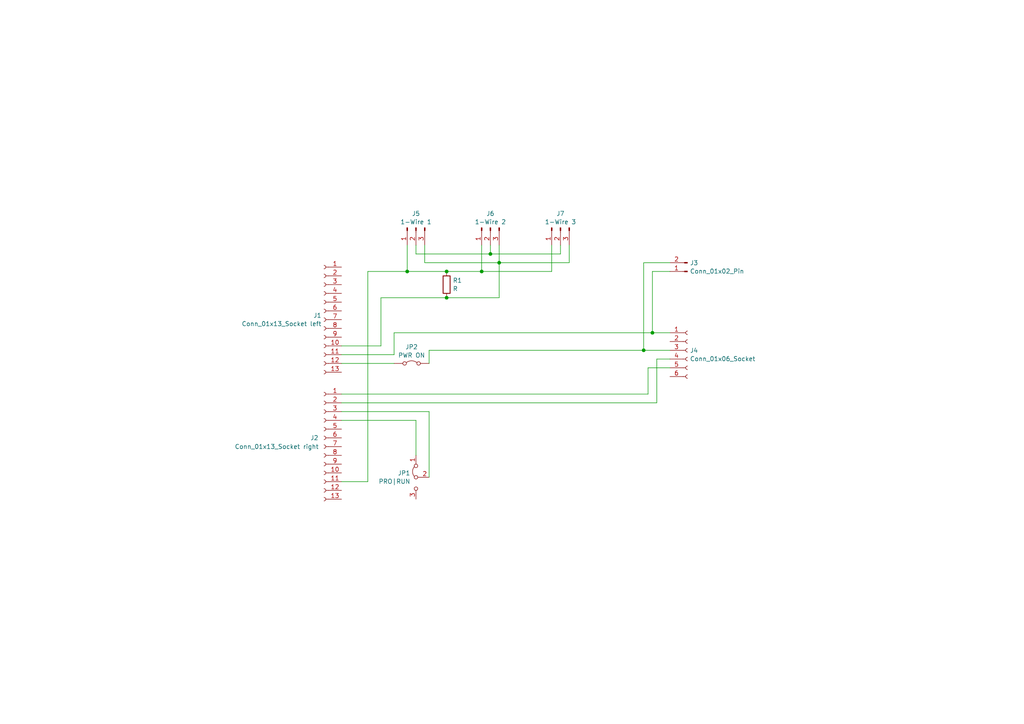
<source format=kicad_sch>
(kicad_sch (version 20250114) (generator "eeschema") (generator_version "9.0")
  (paper "A4")
  (lib_symbols
    (symbol "Connector:Conn_01x02_Pin" (pin_names (offset 1.016) (hide yes))
      (property "Reference" "J" (at 0 2.54 0))
      (property "Value" "Conn_01x02_Pin" (at 0 -5.08 0))
      (symbol "Conn_01x02_Pin_1_1"
        (rectangle (start 0.8636 0.127) (end 0 -0.127) (stroke (width 0.1524)) (fill (type outline)))
        (rectangle (start 0.8636 -2.413) (end 0 -2.667) (stroke (width 0.1524)) (fill (type outline)))
        (polyline (pts (xy 1.27 0) (xy 0.8636 0)) (stroke (width 0.1524)))
        (polyline (pts (xy 1.27 -2.54) (xy 0.8636 -2.54)) (stroke (width 0.1524)))
        (pin passive line (at 5.08 0 180) (length 3.81) (name "Pin_1") (number "1"))
        (pin passive line (at 5.08 -2.54 180) (length 3.81) (name "Pin_2") (number "2"))
      )
    )
    (symbol "Connector:Conn_01x03_Pin" (pin_names (offset 1.016) (hide yes))
      (property "Reference" "J" (at 0 5.08 0))
      (property "Value" "Conn_01x03_Pin" (at 0 -5.08 0))
      (symbol "Conn_01x03_Pin_1_1"
        (rectangle (start 0.8636 2.667) (end 0 2.413) (stroke (width 0.1524)) (fill (type outline)))
        (rectangle (start 0.8636 0.127) (end 0 -0.127) (stroke (width 0.1524)) (fill (type outline)))
        (rectangle (start 0.8636 -2.413) (end 0 -2.667) (stroke (width 0.1524)) (fill (type outline)))
        (polyline (pts (xy 1.27 2.54) (xy 0.8636 2.54)) (stroke (width 0.1524)))
        (polyline (pts (xy 1.27 0) (xy 0.8636 0)) (stroke (width 0.1524)))
        (polyline (pts (xy 1.27 -2.54) (xy 0.8636 -2.54)) (stroke (width 0.1524)))
        (pin passive line (at 5.08 2.54 180) (length 3.81) (name "Pin_1") (number "1"))
        (pin passive line (at 5.08 0 180) (length 3.81) (name "Pin_2") (number "2"))
        (pin passive line (at 5.08 -2.54 180) (length 3.81) (name "Pin_3") (number "3"))
      )
    )
    (symbol "Connector:Conn_01x06_Socket" (pin_names (offset 1.016) (hide yes))
      (property "Reference" "J" (at 0 7.62 0))
      (property "Value" "Conn_01x06_Socket" (at 0 -10.16 0))
      (symbol "Conn_01x06_Socket_1_1"
        (polyline (pts (xy -1.27 5.08) (xy -0.508 5.08)) (stroke (width 0.1524)))
        (polyline (pts (xy -1.27 2.54) (xy -0.508 2.54)) (stroke (width 0.1524)))
        (polyline (pts (xy -1.27 0) (xy -0.508 0)) (stroke (width 0.1524)))
        (polyline (pts (xy -1.27 -2.54) (xy -0.508 -2.54)) (stroke (width 0.1524)))
        (polyline (pts (xy -1.27 -5.08) (xy -0.508 -5.08)) (stroke (width 0.1524)))
        (polyline (pts (xy -1.27 -7.62) (xy -0.508 -7.62)) (stroke (width 0.1524)))
        (arc (start 0 4.572) (mid -0.5058 5.08) (end 0 5.588) (stroke (width 0.1524)))
        (arc (start 0 2.032) (mid -0.5058 2.54) (end 0 3.048) (stroke (width 0.1524)))
        (arc (start 0 -0.508) (mid -0.5058 0) (end 0 0.508) (stroke (width 0.1524)))
        (arc (start 0 -3.048) (mid -0.5058 -2.54) (end 0 -2.032) (stroke (width 0.1524)))
        (arc (start 0 -5.588) (mid -0.5058 -5.08) (end 0 -4.572) (stroke (width 0.1524)))
        (arc (start 0 -8.128) (mid -0.5058 -7.62) (end 0 -7.112) (stroke (width 0.1524)))
        (pin passive line (at -5.08 5.08 0) (length 3.81) (name "Pin_1") (number "1"))
        (pin passive line (at -5.08 2.54 0) (length 3.81) (name "Pin_2") (number "2"))
        (pin passive line (at -5.08 0 0) (length 3.81) (name "Pin_3") (number "3"))
        (pin passive line (at -5.08 -2.54 0) (length 3.81) (name "Pin_4") (number "4"))
        (pin passive line (at -5.08 -5.08 0) (length 3.81) (name "Pin_5") (number "5"))
        (pin passive line (at -5.08 -7.62 0) (length 3.81) (name "Pin_6") (number "6"))
      )
    )
    (symbol "Connector:Conn_01x13_Socket" (pin_names (offset 1.016) (hide yes))
      (property "Reference" "J" (at 0 17.78 0))
      (property "Value" "Conn_01x13_Socket" (at 0 -17.78 0))
      (symbol "Conn_01x13_Socket_1_1"
        (polyline (pts (xy -1.27 15.24) (xy -0.508 15.24)) (stroke (width 0.1524)))
        (polyline (pts (xy -1.27 12.7) (xy -0.508 12.7)) (stroke (width 0.1524)))
        (polyline (pts (xy -1.27 10.16) (xy -0.508 10.16)) (stroke (width 0.1524)))
        (polyline (pts (xy -1.27 7.62) (xy -0.508 7.62)) (stroke (width 0.1524)))
        (polyline (pts (xy -1.27 5.08) (xy -0.508 5.08)) (stroke (width 0.1524)))
        (polyline (pts (xy -1.27 2.54) (xy -0.508 2.54)) (stroke (width 0.1524)))
        (polyline (pts (xy -1.27 0) (xy -0.508 0)) (stroke (width 0.1524)))
        (polyline (pts (xy -1.27 -2.54) (xy -0.508 -2.54)) (stroke (width 0.1524)))
        (polyline (pts (xy -1.27 -5.08) (xy -0.508 -5.08)) (stroke (width 0.1524)))
        (polyline (pts (xy -1.27 -7.62) (xy -0.508 -7.62)) (stroke (width 0.1524)))
        (polyline (pts (xy -1.27 -10.16) (xy -0.508 -10.16)) (stroke (width 0.1524)))
        (polyline (pts (xy -1.27 -12.7) (xy -0.508 -12.7)) (stroke (width 0.1524)))
        (polyline (pts (xy -1.27 -15.24) (xy -0.508 -15.24)) (stroke (width 0.1524)))
        (arc (start 0 14.732) (mid -0.5058 15.24) (end 0 15.748) (stroke (width 0.1524)))
        (arc (start 0 12.192) (mid -0.5058 12.7) (end 0 13.208) (stroke (width 0.1524)))
        (arc (start 0 9.652) (mid -0.5058 10.16) (end 0 10.668) (stroke (width 0.1524)))
        (arc (start 0 7.112) (mid -0.5058 7.62) (end 0 8.128) (stroke (width 0.1524)))
        (arc (start 0 4.572) (mid -0.5058 5.08) (end 0 5.588) (stroke (width 0.1524)))
        (arc (start 0 2.032) (mid -0.5058 2.54) (end 0 3.048) (stroke (width 0.1524)))
        (arc (start 0 -0.508) (mid -0.5058 0) (end 0 0.508) (stroke (width 0.1524)))
        (arc (start 0 -3.048) (mid -0.5058 -2.54) (end 0 -2.032) (stroke (width 0.1524)))
        (arc (start 0 -5.588) (mid -0.5058 -5.08) (end 0 -4.572) (stroke (width 0.1524)))
        (arc (start 0 -8.128) (mid -0.5058 -7.62) (end 0 -7.112) (stroke (width 0.1524)))
        (arc (start 0 -10.668) (mid -0.5058 -10.16) (end 0 -9.652) (stroke (width 0.1524)))
        (arc (start 0 -13.208) (mid -0.5058 -12.7) (end 0 -12.192) (stroke (width 0.1524)))
        (arc (start 0 -15.748) (mid -0.5058 -15.24) (end 0 -14.732) (stroke (width 0.1524)))
        (pin passive line (at -5.08 15.24 0) (length 3.81) (name "Pin_1") (number "1"))
        (pin passive line (at -5.08 12.7 0) (length 3.81) (name "Pin_2") (number "2"))
        (pin passive line (at -5.08 10.16 0) (length 3.81) (name "Pin_3") (number "3"))
        (pin passive line (at -5.08 7.62 0) (length 3.81) (name "Pin_4") (number "4"))
        (pin passive line (at -5.08 5.08 0) (length 3.81) (name "Pin_5") (number "5"))
        (pin passive line (at -5.08 2.54 0) (length 3.81) (name "Pin_6") (number "6"))
        (pin passive line (at -5.08 0 0) (length 3.81) (name "Pin_7") (number "7"))
        (pin passive line (at -5.08 -2.54 0) (length 3.81) (name "Pin_8") (number "8"))
        (pin passive line (at -5.08 -5.08 0) (length 3.81) (name "Pin_9") (number "9"))
        (pin passive line (at -5.08 -7.62 0) (length 3.81) (name "Pin_10") (number "10"))
        (pin passive line (at -5.08 -10.16 0) (length 3.81) (name "Pin_11") (number "11"))
        (pin passive line (at -5.08 -12.7 0) (length 3.81) (name "Pin_12") (number "12"))
        (pin passive line (at -5.08 -15.24 0) (length 3.81) (name "Pin_13") (number "13"))
      )
    )
    (symbol "Device:R" (pin_numbers (hide yes)) (pin_names (offset 0))
      (property "Reference" "R" (at 2.032 0 90))
      (property "Value" "R" (at 0 0 90))
      (symbol "R_0_1"
        (rectangle (start -1.016 -2.54) (end 1.016 2.54) (stroke (width 0.254)))
      )
      (symbol "R_1_1"
        (pin passive line (at 0 3.81 270) (length 1.27) (name "~") (number "1"))
        (pin passive line (at 0 -3.81 90) (length 1.27) (name "~") (number "2"))
      )
    )
    (symbol "Jumper:Jumper_2_Bridged" (pin_numbers (hide yes)) (pin_names (offset 0) (hide yes)) (exclude_from_sim yes)
      (property "Reference" "JP" (at 0 1.905 0))
      (property "Value" "Jumper_2_Bridged" (at 0 -2.54 0))
      (symbol "Jumper_2_Bridged_0_0"
        (circle (center -2.032 0) (radius 0.508))
        (circle (center 2.032 0) (radius 0.508))
      )
      (symbol "Jumper_2_Bridged_0_1"
        (arc (start -1.524 0.254) (mid 0 0.762) (end 1.524 0.254))
      )
      (symbol "Jumper_2_Bridged_1_1"
        (pin passive line (at -5.08 0 0) (length 2.54) (name "A") (number "1"))
        (pin passive line (at 5.08 0 180) (length 2.54) (name "B") (number "2"))
      )
    )
    (symbol "Jumper:Jumper_3_Bridged12" (pin_names (offset 0) (hide yes)) (exclude_from_sim yes) (in_bom no)
      (property "Reference" "JP" (at -2.54 -2.54 0))
      (property "Value" "Jumper_3_Bridged12" (at 0 2.794 0))
      (symbol "Jumper_3_Bridged12_0_0"
        (circle (center -3.302 0) (radius 0.508))
        (circle (center 0 0) (radius 0.508))
        (circle (center 3.302 0) (radius 0.508))
      )
      (symbol "Jumper_3_Bridged12_0_1"
        (arc (start -3.048 0.508) (mid -1.651 0.9912) (end -0.254 0.508))
        (polyline (pts (xy 0 -1.27) (xy 0 -0.508)))
      )
      (symbol "Jumper_3_Bridged12_1_1"
        (pin passive line (at -6.35 0 0) (length 2.54) (name "A") (number "1"))
        (pin passive line (at 0 -3.81 90) (length 2.54) (name "C") (number "2"))
        (pin passive line (at 6.35 0 180) (length 2.54) (name "B") (number "3"))
      )
    )
  )
  (junction (at 118.11 78.74))
  (junction (at 144.78 76.2))
  (junction (at 129.54 78.74))
  (junction (at 189.23 96.52))
  (junction (at 186.69 101.6))
  (junction (at 142.24 73.66))
  (junction (at 129.54 86.36))
  (junction (at 139.7 78.74))
  (wire (pts (xy 124.46 101.6) (xy 124.46 105.41)))
  (wire (pts (xy 187.96 106.68) (xy 194.31 106.68)))
  (wire (pts (xy 194.31 104.14) (xy 190.5 104.14)))
  (wire (pts (xy 99.06 100.33) (xy 110.49 100.33)))
  (wire (pts (xy 160.02 71.12) (xy 160.02 78.74)))
  (wire (pts (xy 110.49 86.36) (xy 129.54 86.36)))
  (wire (pts (xy 99.06 121.92) (xy 120.65 121.92)))
  (wire (pts (xy 99.06 105.41) (xy 114.3 105.41)))
  (wire (pts (xy 118.11 78.74) (xy 129.54 78.74)))
  (wire (pts (xy 118.11 71.12) (xy 118.11 78.74)))
  (wire (pts (xy 120.65 71.12) (xy 120.65 73.66)))
  (wire (pts (xy 114.3 96.52) (xy 189.23 96.52)))
  (wire (pts (xy 144.78 71.12) (xy 144.78 76.2)))
  (wire (pts (xy 99.06 114.3) (xy 187.96 114.3)))
  (wire (pts (xy 162.56 73.66) (xy 142.24 73.66)))
  (wire (pts (xy 114.3 102.87) (xy 114.3 96.52)))
  (wire (pts (xy 187.96 114.3) (xy 187.96 106.68)))
  (wire (pts (xy 99.06 139.7) (xy 106.68 139.7)))
  (wire (pts (xy 142.24 73.66) (xy 120.65 73.66)))
  (wire (pts (xy 124.46 119.38) (xy 99.06 119.38)))
  (wire (pts (xy 106.68 78.74) (xy 118.11 78.74)))
  (wire (pts (xy 144.78 76.2) (xy 123.19 76.2)))
  (wire (pts (xy 139.7 71.12) (xy 139.7 78.74)))
  (wire (pts (xy 186.69 101.6) (xy 124.46 101.6)))
  (wire (pts (xy 106.68 139.7) (xy 106.68 78.74)))
  (wire (pts (xy 144.78 76.2) (xy 144.78 86.36)))
  (wire (pts (xy 142.24 71.12) (xy 142.24 73.66)))
  (wire (pts (xy 189.23 78.74) (xy 189.23 96.52)))
  (wire (pts (xy 120.65 121.92) (xy 120.65 132.08)))
  (wire (pts (xy 194.31 96.52) (xy 189.23 96.52)))
  (wire (pts (xy 190.5 116.84) (xy 190.5 104.14)))
  (wire (pts (xy 165.1 76.2) (xy 144.78 76.2)))
  (wire (pts (xy 139.7 78.74) (xy 160.02 78.74)))
  (wire (pts (xy 129.54 78.74) (xy 139.7 78.74)))
  (wire (pts (xy 99.06 116.84) (xy 190.5 116.84)))
  (wire (pts (xy 129.54 86.36) (xy 144.78 86.36)))
  (wire (pts (xy 124.46 138.43) (xy 124.46 119.38)))
  (wire (pts (xy 162.56 71.12) (xy 162.56 73.66)))
  (wire (pts (xy 110.49 100.33) (xy 110.49 86.36)))
  (wire (pts (xy 186.69 76.2) (xy 186.69 101.6)))
  (wire (pts (xy 123.19 71.12) (xy 123.19 76.2)))
  (wire (pts (xy 194.31 76.2) (xy 186.69 76.2)))
  (wire (pts (xy 186.69 101.6) (xy 194.31 101.6)))
  (wire (pts (xy 99.06 102.87) (xy 114.3 102.87)))
  (wire (pts (xy 194.31 78.74) (xy 189.23 78.74)))
  (wire (pts (xy 165.1 71.12) (xy 165.1 76.2)))
  (symbol (lib_id "Connector:Conn_01x03_Pin") (at 162.56 66.04 90) (mirror x) (unit 1)
    (property "Reference" "J7" (at 162.56 61.9463 90))
    (property "Value" "1-Wire 3" (at 162.56 64.3706 90))
    (property "Description" "Generic connector, single row, 01x03, script generated" (effects (hide yes)))
  )
  (symbol (lib_id "Connector:Conn_01x03_Pin") (at 142.24 66.04 90) (mirror x) (unit 1)
    (property "Reference" "J6" (at 142.24 61.9463 90))
    (property "Value" "1-Wire 2" (at 142.24 64.3706 90))
    (property "Description" "Generic connector, single row, 01x03, script generated" (effects (hide yes)))
  )
  (symbol (lib_id "Jumper:Jumper_3_Bridged12") (at 120.65 138.43 90) (mirror x) (unit 1) (in_bom no)
    (property "Reference" "JP1" (at 119.0238 137.2178 90) (effects (justify left)))
    (property "Value" "PRO|RUN" (at 119.0238 139.6421 90) (effects (justify left)))
    (property "Description" "Jumper, 3-pole, pins 1+2 closed/bridged" (effects (hide yes)))
  )
  (symbol (lib_id "Device:R") (at 129.54 82.55 0) (unit 1)
    (property "Reference" "R1" (at 131.318 81.3378 0) (effects (justify left)))
    (property "Value" "R" (at 131.318 83.7621 0) (effects (justify left)))
    (property "Description" "Resistor" (effects (hide yes)))
  )
  (symbol (lib_id "Connector:Conn_01x13_Socket") (at 93.98 129.54 0) (mirror y) (unit 1)
    (property "Reference" "J2" (at 91.186 127 0))
    (property "Value" "Conn_01x13_Socket right" (at 80.264 129.54 0))
    (property "Description" "Generic connector, single row, 01x13, script generated" (effects (hide yes)))
  )
  (symbol (lib_id "Connector:Conn_01x06_Socket") (at 199.39 101.6 0) (unit 1)
    (property "Reference" "J4" (at 200.1012 101.6578 0) (effects (justify left)))
    (property "Value" "Conn_01x06_Socket" (at 200.1012 104.0821 0) (effects (justify left)))
    (property "Description" "Generic connector, single row, 01x06, script generated" (effects (hide yes)))
  )
  (symbol (lib_id "Connector:Conn_01x13_Socket") (at 93.98 92.71 0) (mirror y) (unit 1)
    (property "Reference" "J1" (at 93.2688 91.4978 0) (effects (justify left)))
    (property "Value" "Conn_01x13_Socket left" (at 93.2688 93.9221 0) (effects (justify left)))
    (property "Description" "Generic connector, single row, 01x13, script generated" (effects (hide yes)))
  )
  (symbol (lib_id "Connector:Conn_01x03_Pin") (at 120.65 66.04 90) (mirror x) (unit 1)
    (property "Reference" "J5" (at 120.65 61.9463 90))
    (property "Value" "1-Wire 1" (at 120.65 64.3706 90))
    (property "Description" "Generic connector, single row, 01x03, script generated" (effects (hide yes)))
  )
  (symbol (lib_id "Jumper:Jumper_2_Bridged") (at 119.38 105.41 0) (unit 1)
    (property "Reference" "JP2" (at 119.38 100.6305 0))
    (property "Value" "PWR ON" (at 119.38 103.0548 0))
    (property "Description" "Jumper, 2-pole, closed/bridged" (effects (hide yes)))
  )
  (symbol (lib_id "Connector:Conn_01x02_Pin") (at 199.39 78.74 180) (unit 1)
    (property "Reference" "J3" (at 200.1012 76.2578 0) (effects (justify right)))
    (property "Value" "Conn_01x02_Pin" (at 200.1012 78.6821 0) (effects (justify right)))
    (property "Description" "Generic connector, single row, 01x02, script generated" (effects (hide yes)))
  )
)
</source>
